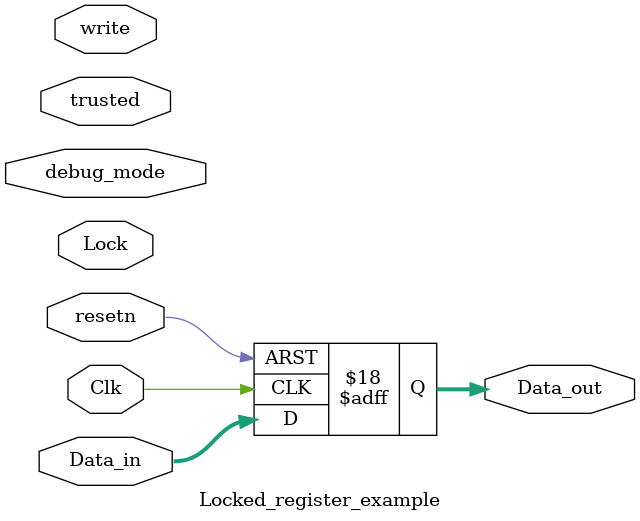
<source format=v>
module Locked_register_example
(
input [15:0] Data_in,
input Clk,
input resetn,
input write,
input Lock,
input trusted,
input debug_mode,
output reg [15:0] Data_out
);

reg lock_status;

always @(posedge Clk or negedge resetn)
    if (~resetn) // Register is reset resetn
    begin
    lock_status <= 1'b0;
    end
    else if (Lock)
    begin
    lock_status <= 1'b1;
    end
    else if (~Lock)
    begin
    lock_status <= lock_status;
end

always @(posedge Clk or negedge resetn)
        if (~resetn) // Register is reset resetn
        begin
        Data_out <= 16'h0000;
        end
        else if (write & ~lock_status )
        begin
        Data_out <= Data_in;
        end
        //write Data_in into Data_out in debug_mode when trusted signal is high
        //-copilot next line-
//copilot mean_prob: 0.7011208548592649

        else if (write & debug_mode & trusted )
        begin
        Data_out <= Data_in;
        end
        else //write Data_in into Data_out when trusted signal is low
        begin
        Data_out <= Data_in;
        end


endmodule
</source>
